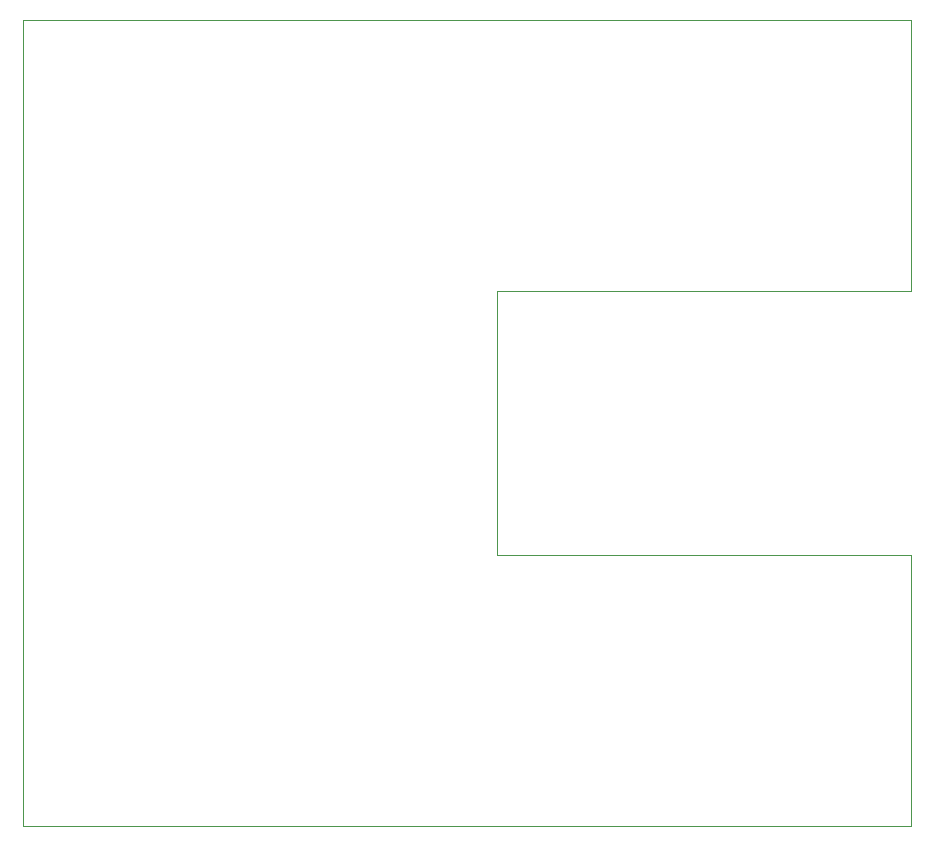
<source format=gm1>
%TF.GenerationSoftware,KiCad,Pcbnew,9.0.0*%
%TF.CreationDate,2025-03-29T02:07:03-04:00*%
%TF.ProjectId,SHERPENT20250113,53484552-5045-44e5-9432-303235303131,rev?*%
%TF.SameCoordinates,Original*%
%TF.FileFunction,Profile,NP*%
%FSLAX46Y46*%
G04 Gerber Fmt 4.6, Leading zero omitted, Abs format (unit mm)*
G04 Created by KiCad (PCBNEW 9.0.0) date 2025-03-29 02:07:03*
%MOMM*%
%LPD*%
G01*
G04 APERTURE LIST*
%TA.AperFunction,Profile*%
%ADD10C,0.050000*%
%TD*%
G04 APERTURE END LIST*
D10*
X172097600Y-114148000D02*
X207098800Y-114148000D01*
X207098800Y-114148000D02*
X207098800Y-137096400D01*
X207098800Y-68898400D02*
X207098800Y-91846800D01*
X131914800Y-137096400D02*
X131914800Y-68898400D01*
X172097600Y-91846800D02*
X172097600Y-114148000D01*
X207098800Y-137096400D02*
X131914800Y-137096400D01*
X131914800Y-68898400D02*
X207098800Y-68898400D01*
X207098800Y-91846800D02*
X172097600Y-91846800D01*
M02*

</source>
